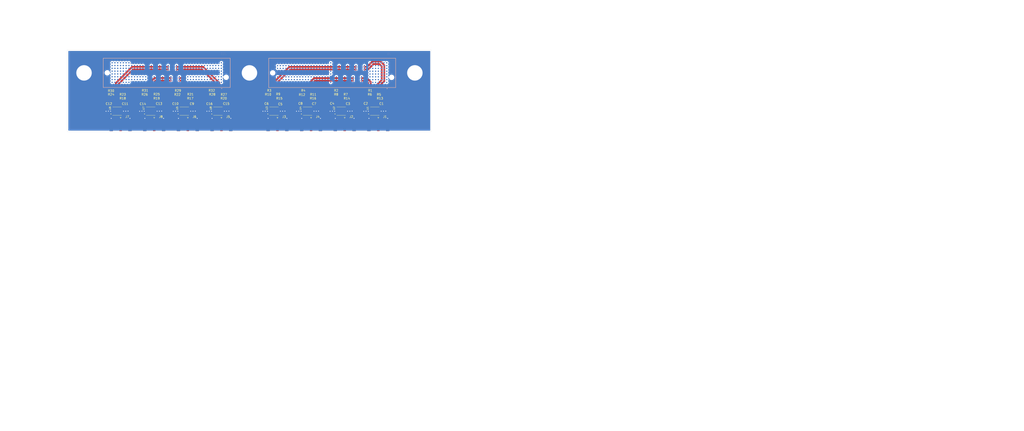
<source format=kicad_pcb>
(kicad_pcb (version 20211014) (generator pcbnew)
  (layers (0 "F.Cu" signal) (1 "In1.Cu" power) (2 "In2.Cu" signal) (31 "B.Cu" signal) (34 "B.Paste" user) (35 "F.Paste" user) (36 "B.SilkS" user "B.Silkscreen") (37 "F.SilkS" user "F.Silkscreen") (38 "B.Mask" user) (39 "F.Mask" user) (44 "Edge.Cuts" user))
  (net 0 "")
  (net 1 "Net-(C1-Pad2)")
  (net 2 "Net-(C1-Pad1)")
  (net 3 "Net-(C2-Pad2)")
  (net 4 "Net-(C2-Pad1)")
  (net 5 "Net-(C3-Pad2)")
  (net 6 "Net-(C3-Pad1)")
  (net 7 "Net-(C4-Pad2)")
  (net 8 "Net-(C4-Pad1)")
  (net 9 "Net-(C5-Pad2)")
  (net 10 "Net-(C5-Pad1)")
  (net 11 "Net-(C6-Pad2)")
  (net 12 "Net-(C6-Pad1)")
  (net 13 "Net-(C7-Pad2)")
  (net 14 "Net-(C7-Pad1)")
  (net 15 "Net-(C8-Pad2)")
  (net 16 "Net-(C8-Pad1)")
  (net 17 "Net-(C9-Pad2)")
  (net 18 "Net-(C9-Pad1)")
  (net 19 "Net-(C10-Pad2)")
  (net 20 "Net-(C10-Pad1)")
  (net 21 "Net-(C11-Pad2)")
  (net 22 "Net-(C11-Pad1)")
  (net 23 "Net-(C12-Pad2)")
  (net 24 "Net-(C12-Pad1)")
  (net 25 "Net-(C13-Pad2)")
  (net 26 "Net-(C13-Pad1)")
  (net 27 "Net-(C14-Pad2)")
  (net 28 "Net-(C14-Pad1)")
  (net 29 "Net-(C15-Pad2)")
  (net 30 "Net-(C15-Pad1)")
  (net 31 "Net-(C16-Pad2)")
  (net 32 "Net-(C16-Pad1)")
  (net 33 "Net-(J1-Pad1)")
  (net 34 "GND")
  (net 35 "Net-(J2-Pad1)")
  (net 36 "Net-(J3-Pad1)")
  (net 37 "Net-(J4-Pad1)")
  (net 38 "Net-(J5-Pad1)")
  (net 39 "Net-(J6-Pad1)")
  (net 40 "Net-(J7-Pad1)")
  (net 41 "Net-(J8-Pad1)")
  (net 42 "ADC_A0_P")
  (net 43 "ADC_A0_N")
  (net 44 "ADC_A1_P")
  (net 45 "ADC_A1_N")
  (net 46 "ADC_B0_N")
  (net 47 "ADC_B0_P")
  (net 48 "ADC_B1_N")
  (net 49 "ADC_B1_P")
  (net 50 "DAC_B0_N")
  (net 51 "DAC_B0_P")
  (net 52 "DAC_A1_P")
  (net 53 "DAC_A1_N")
  (net 54 "DAC_A0_P")
  (net 55 "DAC_A0_N")
  (net 56 "DAC_B1_N")
  (net 57 "DAC_B1_P")
  (net 58 "Net-(U1-Pad1)")
  (net 59 "Net-(U2-Pad1)")
  (net 60 "Net-(U3-Pad1)")
  (net 61 "Net-(U4-Pad1)")
  (net 62 "Net-(U5-Pad1)")
  (net 63 "Net-(U6-Pad1)")
  (net 64 "Net-(U7-Pad1)")
  (net 65 "Net-(U8-Pad1)")
  (net 66 "Net-(J9-PadA21)")
  (net 67 "Net-(J9-PadA07)")
  (net 68 "Net-(J9-PadA06)")
  (net 69 "Net-(J9-PadA05)")
  (net 70 "Net-(J9-PadA04)")
  (net 71 "Net-(J9-PadA03)")
  (net 72 "Net-(J9-PadA02)")
  (net 73 "Net-(J9-PadB40)")
  (net 74 "Net-(J9-PadB39)")
  (net 75 "Net-(J9-PadB38)")
  (net 76 "Net-(J9-PadB37)")
  (net 77 "Net-(J9-PadB36)")
  (net 78 "Net-(J9-PadB35)")
  (net 79 "Net-(J9-PadB34)")
  (net 80 "Net-(J9-PadB33)")
  (net 81 "Net-(J9-PadB32)")
  (net 82 "Net-(J9-PadB31)")
  (net 83 "Net-(J9-PadB30)")
  (net 84 "Net-(J9-PadB29)")
  (net 85 "Net-(J9-PadB28)")
  (net 86 "Net-(J9-PadB27)")
  (net 87 "Net-(J9-PadB26)")
  (net 88 "Net-(J9-PadB25)")
  (net 89 "Net-(J9-PadB24)")
  (net 90 "Net-(J9-PadB23)")
  (net 91 "Net-(J9-PadB22)")
  (net 92 "Net-(J9-PadB07)")
  (net 93 "Net-(J9-PadB06)")
  (net 94 "Net-(J9-PadB05)")
  (net 95 "Net-(J9-PadB04)")
  (net 96 "Net-(J9-PadB03)")
  (net 97 "Net-(J9-PadB02)")
  (net 98 "Net-(J9-PadC40)")
  (net 99 "Net-(J9-PadC39)")
  (net 100 "Net-(J9-PadC38)")
  (net 101 "Net-(J9-PadC37)")
  (net 102 "Net-(J9-PadC36)")
  (net 103 "Net-(J9-PadC35)")
  (net 104 "Net-(J9-PadC34)")
  (net 105 "Net-(J9-PadC33)")
  (net 106 "Net-(J9-PadC32)")
  (net 107 "Net-(J9-PadC31)")
  (net 108 "Net-(J9-PadC30)")
  (net 109 "Net-(J9-PadC29)")
  (net 110 "Net-(J9-PadC28)")
  (net 111 "Net-(J9-PadC27)")
  (net 112 "Net-(J9-PadC26)")
  (net 113 "Net-(J9-PadC25)")
  (net 114 "Net-(J9-PadC24)")
  (net 115 "Net-(J9-PadC23)")
  (net 116 "Net-(J9-PadC22)")
  (net 117 "Net-(J9-PadC07)")
  (net 118 "Net-(J9-PadC06)")
  (net 119 "Net-(J9-PadC05)")
  (net 120 "Net-(J9-PadC04)")
  (net 121 "Net-(J9-PadC03)")
  (net 122 "Net-(J9-PadC02)")
  (net 123 "Net-(J9-PadD21)")
  (net 124 "Net-(J9-PadD07)")
  (net 125 "Net-(J9-PadD06)")
  (net 126 "Net-(J9-PadD05)")
  (net 127 "Net-(J9-PadD04)")
  (net 128 "Net-(J9-PadD03)")
  (net 129 "Net-(J9-PadD02)")
  (net 130 "Net-(J9-PadE21)")
  (net 131 "Net-(J9-PadE07)")
  (net 132 "Net-(J9-PadE06)")
  (net 133 "Net-(J9-PadE05)")
  (net 134 "Net-(J9-PadE04)")
  (net 135 "Net-(J9-PadE03)")
  (net 136 "Net-(J9-PadE02)")
  (net 137 "Net-(J9-PadF40)")
  (net 138 "Net-(J9-PadF39)")
  (net 139 "Net-(J9-PadF38)")
  (net 140 "Net-(J9-PadF37)")
  (net 141 "Net-(J9-PadF36)")
  (net 142 "Net-(J9-PadF35)")
  (net 143 "Net-(J9-PadF34)")
  (net 144 "Net-(J9-PadF33)")
  (net 145 "Net-(J9-PadF32)")
  (net 146 "Net-(J9-PadF31)")
  (net 147 "Net-(J9-PadF30)")
  (net 148 "Net-(J9-PadF29)")
  (net 149 "Net-(J9-PadF28)")
  (net 150 "Net-(J9-PadF27)")
  (net 151 "Net-(J9-PadF26)")
  (net 152 "Net-(J9-PadF25)")
  (net 153 "Net-(J9-PadF24)")
  (net 154 "Net-(J9-PadF23)")
  (net 155 "Net-(J9-PadF22)")
  (net 156 "Net-(J9-PadF21)")
  (net 157 "Net-(J9-PadF07)")
  (net 158 "Net-(J9-PadF06)")
  (net 159 "Net-(J9-PadF05)")
  (net 160 "Net-(J9-PadF04)")
  (net 161 "Net-(J9-PadF03)")
  (net 162 "Net-(J9-PadF02)")
  (net 163 "Net-(J9-PadG40)")
  (net 164 "Net-(J9-PadG39)")
  (net 165 "Net-(J9-PadG38)")
  (net 166 "Net-(J9-PadG37)")
  (net 167 "Net-(J9-PadG36)")
  (net 168 "Net-(J9-PadG35)")
  (net 169 "Net-(J9-PadG34)")
  (net 170 "Net-(J9-PadG33)")
  (net 171 "Net-(J9-PadG32)")
  (net 172 "Net-(J9-PadG31)")
  (net 173 "Net-(J9-PadG30)")
  (net 174 "Net-(J9-PadG29)")
  (net 175 "Net-(J9-PadG28)")
  (net 176 "Net-(J9-PadG27)")
  (net 177 "Net-(J9-PadG26)")
  (net 178 "Net-(J9-PadG25)")
  (net 179 "Net-(J9-PadG24)")
  (net 180 "Net-(J9-PadG23)")
  (net 181 "Net-(J9-PadG22)")
  (net 182 "Net-(J9-PadG21)")
  (net 183 "Net-(J9-PadG07)")
  (net 184 "Net-(J9-PadG06)")
  (net 185 "Net-(J9-PadG05)")
  (net 186 "Net-(J9-PadG04)")
  (net 187 "Net-(J9-PadG03)")
  (net 188 "Net-(J9-PadG02)")
  (net 189 "Net-(J9-PadH21)")
  (net 190 "Net-(J9-PadH07)")
  (net 191 "Net-(J9-PadH06)")
  (net 192 "Net-(J9-PadH05)")
  (net 193 "Net-(J9-PadH04)")
  (net 194 "Net-(J9-PadH03)")
  (net 195 "Net-(J9-PadH02)")
  (net 196 "Net-(J9-PadH01)")
  (net 197 "Net-(J9-PadG01)")
  (net 198 "Net-(J9-PadF01)")
  (net 199 "Net-(J9-PadE01)")
  (net 200 "Net-(J9-PadD01)")
  (net 201 "Net-(J9-PadC01)")
  (net 202 "Net-(J9-PadB01)")
  (net 203 "Net-(J9-PadA01)")
  (net 204 "Net-(J10-PadA40)")
  (net 205 "Net-(J10-PadA39)")
  (net 206 "Net-(J10-PadA38)")
  (net 207 "Net-(J10-PadA37)")
  (net 208 "Net-(J10-PadA36)")
  (net 209 "Net-(J10-PadA35)")
  (net 210 "Net-(J10-PadA34)")
  (net 211 "Net-(J10-PadB40)")
  (net 212 "Net-(J10-PadB39)")
  (net 213 "Net-(J10-PadB38)")
  (net 214 "Net-(J10-PadB37)")
  (net 215 "Net-(J10-PadB36)")
  (net 216 "Net-(J10-PadB35)")
  (net 217 "Net-(J10-PadB34)")
  (net 218 "Net-(J10-PadB33)")
  (net 219 "Net-(J10-PadB32)")
  (net 220 "Net-(J10-PadB31)")
  (net 221 "Net-(J10-PadB30)")
  (net 222 "Net-(J10-PadB29)")
  (net 223 "Net-(J10-PadB28)")
  (net 224 "Net-(J10-PadB12)")
  (net 225 "Net-(J10-PadB11)")
  (net 226 "Net-(J10-PadB09)")
  (net 227 "Net-(J10-PadB08)")
  (net 228 "Net-(J10-PadB07)")
  (net 229 "Net-(J10-PadB06)")
  (net 230 "Net-(J10-PadB05)")
  (net 231 "Net-(J10-PadB04)")
  (net 232 "Net-(J10-PadB03)")
  (net 233 "Net-(J10-PadB02)")
  (net 234 "Net-(J10-PadC40)")
  (net 235 "Net-(J10-PadC39)")
  (net 236 "Net-(J10-PadC38)")
  (net 237 "Net-(J10-PadC37)")
  (net 238 "Net-(J10-PadC36)")
  (net 239 "Net-(J10-PadC35)")
  (net 240 "Net-(J10-PadC34)")
  (net 241 "Net-(J10-PadC33)")
  (net 242 "Net-(J10-PadC32)")
  (net 243 "Net-(J10-PadC31)")
  (net 244 "Net-(J10-PadC30)")
  (net 245 "Net-(J10-PadC29)")
  (net 246 "Net-(J10-PadC28)")
  (net 247 "Net-(J10-PadC12)")
  (net 248 "Net-(J10-PadC11)")
  (net 249 "Net-(J10-PadC09)")
  (net 250 "Net-(J10-PadC08)")
  (net 251 "Net-(J10-PadC07)")
  (net 252 "Net-(J10-PadC06)")
  (net 253 "Net-(J10-PadC05)")
  (net 254 "Net-(J10-PadC04)")
  (net 255 "Net-(J10-PadC03)")
  (net 256 "Net-(J10-PadC02)")
  (net 257 "Net-(J10-PadD40)")
  (net 258 "Net-(J10-PadD39)")
  (net 259 "Net-(J10-PadD38)")
  (net 260 "Net-(J10-PadD37)")
  (net 261 "Net-(J10-PadD36)")
  (net 262 "Net-(J10-PadD35)")
  (net 263 "Net-(J10-PadD34)")
  (net 264 "Net-(J10-PadE40)")
  (net 265 "Net-(J10-PadE39)")
  (net 266 "Net-(J10-PadE38)")
  (net 267 "Net-(J10-PadE37)")
  (net 268 "Net-(J10-PadE36)")
  (net 269 "Net-(J10-PadE35)")
  (net 270 "Net-(J10-PadE34)")
  (net 271 "Net-(J10-PadF40)")
  (net 272 "Net-(J10-PadF39)")
  (net 273 "Net-(J10-PadF38)")
  (net 274 "Net-(J10-PadF37)")
  (net 275 "Net-(J10-PadF36)")
  (net 276 "Net-(J10-PadF35)")
  (net 277 "Net-(J10-PadF34)")
  (net 278 "Net-(J10-PadF33)")
  (net 279 "Net-(J10-PadF32)")
  (net 280 "Net-(J10-PadF31)")
  (net 281 "Net-(J10-PadF30)")
  (net 282 "Net-(J10-PadF29)")
  (net 283 "Net-(J10-PadF13)")
  (net 284 "Net-(J10-PadF12)")
  (net 285 "Net-(J10-PadF10)")
  (net 286 "Net-(J10-PadF09)")
  (net 287 "Net-(J10-PadF08)")
  (net 288 "Net-(J10-PadF07)")
  (net 289 "Net-(J10-PadF06)")
  (net 290 "Net-(J10-PadF05)")
  (net 291 "Net-(J10-PadF04)")
  (net 292 "Net-(J10-PadF03)")
  (net 293 "Net-(J10-PadF02)")
  (net 294 "Net-(J10-PadG40)")
  (net 295 "Net-(J10-PadG39)")
  (net 296 "Net-(J10-PadG38)")
  (net 297 "Net-(J10-PadG37)")
  (net 298 "Net-(J10-PadG36)")
  (net 299 "Net-(J10-PadG35)")
  (net 300 "Net-(J10-PadG34)")
  (net 301 "Net-(J10-PadG33)")
  (net 302 "Net-(J10-PadG32)")
  (net 303 "Net-(J10-PadG31)")
  (net 304 "Net-(J10-PadG30)")
  (net 305 "Net-(J10-PadG29)")
  (net 306 "Net-(J10-PadG13)")
  (net 307 "Net-(J10-PadG12)")
  (net 308 "Net-(J10-PadG10)")
  (net 309 "Net-(J10-PadG09)")
  (net 310 "Net-(J10-PadG08)")
  (net 311 "Net-(J10-PadG07)")
  (net 312 "Net-(J10-PadG06)")
  (net 313 "Net-(J10-PadG05)")
  (net 314 "Net-(J10-PadG04)")
  (net 315 "Net-(J10-PadG03)")
  (net 316 "Net-(J10-PadG02)")
  (net 317 "Net-(J10-PadH40)")
  (net 318 "Net-(J10-PadH39)")
  (net 319 "Net-(J10-PadH38)")
  (net 320 "Net-(J10-PadH37)")
  (net 321 "Net-(J10-PadH36)")
  (net 322 "Net-(J10-PadH35)")
  (net 323 "Net-(J10-PadH34)")
  (net 324 "Net-(J10-PadH01)")
  (net 325 "Net-(J10-PadG01)")
  (net 326 "Net-(J10-PadF01)")
  (net 327 "Net-(J10-PadE01)")
  (net 328 "Net-(J10-PadD01)")
  (net 329 "Net-(J10-PadC01)")
  (net 330 "Net-(J10-PadB01)")
  (net 331 "Net-(J10-PadA01)")
  (net 332 "Net-(J10-PadB13)")
  (net 333 "Net-(J10-PadB10)")
  (net 334 "Net-(J10-PadC13)")
  (net 335 "Net-(J10-PadC10)")
  (net 336 "Net-(J10-PadF14)")
  (net 337 "Net-(J10-PadF11)")
  (net 338 "Net-(J10-PadG14)")
  (net 339 "Net-(J10-PadG11)")
  (net 340 "ADC_D1_P")
  (net 341 "ADC_C1_P")
  (net 342 "ADC_D1_N")
  (net 343 "ADC_C1_N")
  (net 344 "ADC_D0_P")
  (net 345 "ADC_C0_P")
  (net 346 "ADC_D0_N")
  (net 347 "ADC_C0_N")
  (net 348 "DAC_C0_P")
  (net 349 "DAC_D0_P")
  (net 350 "DAC_C0_N")
  (net 351 "DAC_D0_N")
  (net 352 "DAC_C1_P")
  (net 353 "DAC_D1_P")
  (net 354 "DAC_C1_N")
  (net 355 "DAC_D1_N")
  (footprint "Capacitor_SMD:C_0402_1005Metric" (layer "F.Cu") (at 127 13.993 90)
    (fp_text reference "C1")
    (fp_text value ".01u")
  )
  (footprint "Capacitor_SMD:C_0402_1005Metric" (layer "F.Cu") (at 123.825 13.993 90)
    (fp_text reference "C2")
    (fp_text value ".01u")
  )
  (footprint "Capacitor_SMD:C_0402_1005Metric" (layer "F.Cu") (at 111.76 13.993 90)
    (fp_text reference "C3")
    (fp_text value ".01u")
  )
  (footprint "Capacitor_SMD:C_0402_1005Metric" (layer "F.Cu") (at 108.585 13.993 90)
    (fp_text reference "C4")
    (fp_text value ".01u")
  )
  (footprint "Capacitor_SMD:C_0402_1005Metric" (layer "F.Cu") (at 81.28 13.993 90)
    (fp_text reference "C5")
    (fp_text value ".01u")
  )
  (footprint "Capacitor_SMD:C_0402_1005Metric" (layer "F.Cu") (at 78.105 13.993 90)
    (fp_text reference "C6")
    (fp_text value ".01u")
  )
  (footprint "Capacitor_SMD:C_0402_1005Metric" (layer "F.Cu") (at 96.52 13.993 90)
    (fp_text reference "C7")
    (fp_text value ".01u")
  )
  (footprint "Capacitor_SMD:C_0402_1005Metric" (layer "F.Cu") (at 93.345 13.993 90)
    (fp_text reference "C8")
    (fp_text value ".01u")
  )
  (footprint "Capacitor_SMD:C_0402_1005Metric" (layer "F.Cu") (at 40.64 13.993 90)
    (fp_text reference "C9")
    (fp_text value ".01u")
  )
  (footprint "Capacitor_SMD:C_0402_1005Metric" (layer "F.Cu") (at 37.465 13.993 90)
    (fp_text reference "C10")
    (fp_text value ".01u")
  )
  (footprint "Capacitor_SMD:C_0402_1005Metric" (layer "F.Cu") (at 10.16 13.993 90)
    (fp_text reference "C11")
    (fp_text value ".01u")
  )
  (footprint "Capacitor_SMD:C_0402_1005Metric" (layer "F.Cu") (at 6.985 13.993 90)
    (fp_text reference "C12")
    (fp_text value ".01u")
  )
  (footprint "Capacitor_SMD:C_0402_1005Metric" (layer "F.Cu") (at 25.4 13.993 90)
    (fp_text reference "C13")
    (fp_text value ".01u")
  )
  (footprint "Capacitor_SMD:C_0402_1005Metric" (layer "F.Cu") (at 22.225 13.993 90)
    (fp_text reference "C14")
    (fp_text value ".01u")
  )
  (footprint "Capacitor_SMD:C_0402_1005Metric" (layer "F.Cu") (at 55.88 13.993 90)
    (fp_text reference "C15")
    (fp_text value ".01u")
  )
  (footprint "Capacitor_SMD:C_0402_1005Metric" (layer "F.Cu") (at 52.705 13.993 90)
    (fp_text reference "C16")
    (fp_text value ".01u")
  )
  (footprint "local:SMA_Amphenol_132289_EdgeMount" (layer "F.Cu") (at 127 23.8475 -90)
    (fp_text reference "J1")
    (fp_text value "Conn_Coaxial")
  )
  (footprint "local:SMA_Amphenol_132289_EdgeMount" (layer "F.Cu") (at 111.76 23.8475 -90)
    (fp_text reference "J2")
    (fp_text value "Conn_Coaxial")
  )
  (footprint "local:SMA_Amphenol_132289_EdgeMount" (layer "F.Cu") (at 81.28 23.8475 -90)
    (fp_text reference "J3")
    (fp_text value "Conn_Coaxial")
  )
  (footprint "local:SMA_Amphenol_132289_EdgeMount" (layer "F.Cu") (at 96.52 23.8475 -90)
    (fp_text reference "J4")
    (fp_text value "Conn_Coaxial")
  )
  (footprint "local:SMA_Amphenol_132289_EdgeMount" (layer "F.Cu") (at 40.64 23.8475 -90)
    (fp_text reference "J6")
    (fp_text value "Conn_Coaxial")
  )
  (footprint "local:SMA_Amphenol_132289_EdgeMount" (layer "F.Cu") (at 10.16 23.847501 -90)
    (fp_text reference "J7")
    (fp_text value "Conn_Coaxial")
  )
  (footprint "local:SMA_Amphenol_132289_EdgeMount" (layer "F.Cu") (at 25.4 23.8475 -90)
    (fp_text reference "J8")
    (fp_text value "Conn_Coaxial")
  )
  (footprint "local:SMA_Amphenol_132289_EdgeMount" (layer "F.Cu") (at 55.88 23.847501 -90)
    (fp_text reference "J5")
    (fp_text value "Conn_Coaxial")
  )
  (footprint "Resistor_SMD:R_0402_1005Metric" (layer "F.Cu") (at 125.4125 7.9979 180)
    (fp_text reference "R1")
    (fp_text value "590")
  )
  (footprint "Resistor_SMD:R_0402_1005Metric" (layer "F.Cu") (at 110.1725 7.9979 180)
    (fp_text reference "R2")
    (fp_text value "590")
  )
  (footprint "Resistor_SMD:R_0402_1005Metric" (layer "F.Cu") (at 79.6925 7.9979 180)
    (fp_text reference "R3")
    (fp_text value "590")
  )
  (footprint "Resistor_SMD:R_0402_1005Metric" (layer "F.Cu") (at 94.9325 7.9979 180)
    (fp_text reference "R4")
    (fp_text value "590")
  )
  (footprint "Resistor_SMD:R_0402_1005Metric" (layer "F.Cu") (at 125.9205 9.7779 90)
    (fp_text reference "R5")
    (fp_text value "17.4")
  )
  (footprint "Resistor_SMD:R_0402_1005Metric" (layer "F.Cu") (at 124.9045 9.7779 90)
    (fp_text reference "R6")
    (fp_text value "17.4")
  )
  (footprint "Resistor_SMD:R_0402_1005Metric" (layer "F.Cu") (at 110.6805 9.7779 90)
    (fp_text reference "R7")
    (fp_text value "17.4")
  )
  (footprint "Resistor_SMD:R_0402_1005Metric" (layer "F.Cu") (at 109.6645 9.7779 90)
    (fp_text reference "R8")
    (fp_text value "17.4")
  )
  (footprint "Resistor_SMD:R_0402_1005Metric" (layer "F.Cu") (at 80.2005 9.7779 90)
    (fp_text reference "R9")
    (fp_text value "17.4")
  )
  (footprint "Resistor_SMD:R_0402_1005Metric" (layer "F.Cu") (at 79.1845 9.7779 90)
    (fp_text reference "R10")
    (fp_text value "17.4")
  )
  (footprint "Resistor_SMD:R_0402_1005Metric" (layer "F.Cu") (at 95.4405 9.7779 90)
    (fp_text reference "R11")
    (fp_text value "17.4")
  )
  (footprint "Resistor_SMD:R_0402_1005Metric" (layer "F.Cu") (at 94.4245 9.7779 90)
    (fp_text reference "R12")
    (fp_text value "17.4")
  )
  (footprint "Resistor_SMD:R_0402_1005Metric" (layer "F.Cu") (at 125.4125 11.557 180)
    (fp_text reference "R13")
    (fp_text value "590")
  )
  (footprint "Resistor_SMD:R_0402_1005Metric" (layer "F.Cu") (at 110.1725 11.557 180)
    (fp_text reference "R14")
    (fp_text value "590")
  )
  (footprint "Resistor_SMD:R_0402_1005Metric" (layer "F.Cu") (at 79.6925 11.557 180)
    (fp_text reference "R15")
    (fp_text value "590")
  )
  (footprint "Resistor_SMD:R_0402_1005Metric" (layer "F.Cu") (at 94.9325 11.557 180)
    (fp_text reference "R16")
    (fp_text value "590")
  )
  (footprint "Resistor_SMD:R_0402_1005Metric" (layer "F.Cu") (at 39.0525 11.557)
    (fp_text reference "R17")
    (fp_text value "590")
  )
  (footprint "Resistor_SMD:R_0402_1005Metric" (layer "F.Cu") (at 8.5725 11.557)
    (fp_text reference "R18")
    (fp_text value "590")
  )
  (footprint "Resistor_SMD:R_0402_1005Metric" (layer "F.Cu") (at 23.8125 11.557)
    (fp_text reference "R19")
    (fp_text value "590")
  )
  (footprint "Resistor_SMD:R_0402_1005Metric" (layer "F.Cu") (at 54.2925 11.557)
    (fp_text reference "R20")
    (fp_text value "590")
  )
  (footprint "Resistor_SMD:R_0402_1005Metric" (layer "F.Cu") (at 39.5605 9.7779 90)
    (fp_text reference "R21")
    (fp_text value "17.4")
  )
  (footprint "Resistor_SMD:R_0402_1005Metric" (layer "F.Cu") (at 38.5445 9.7779 90)
    (fp_text reference "R22")
    (fp_text value "17.4")
  )
  (footprint "Resistor_SMD:R_0402_1005Metric" (layer "F.Cu") (at 9.0805 9.7779 90)
    (fp_text reference "R23")
    (fp_text value "17.4")
  )
  (footprint "Resistor_SMD:R_0402_1005Metric" (layer "F.Cu") (at 8.0645 9.7779 90)
    (fp_text reference "R24")
    (fp_text value "17.4")
  )
  (footprint "Resistor_SMD:R_0402_1005Metric" (layer "F.Cu") (at 24.3205 9.7779 90)
    (fp_text reference "R25")
    (fp_text value "17.4")
  )
  (footprint "Resistor_SMD:R_0402_1005Metric" (layer "F.Cu") (at 23.3045 9.7779 90)
    (fp_text reference "R26")
    (fp_text value "17.4")
  )
  (footprint "Resistor_SMD:R_0402_1005Metric" (layer "F.Cu") (at 54.8005 9.7779 90)
    (fp_text reference "R27")
    (fp_text value "17.4")
  )
  (footprint "Resistor_SMD:R_0402_1005Metric" (layer "F.Cu") (at 53.7845 9.7779 90)
    (fp_text reference "R28")
    (fp_text value "17.4")
  )
  (footprint "Resistor_SMD:R_0402_1005Metric" (layer "F.Cu") (at 39.0525 7.9979)
    (fp_text reference "R29")
    (fp_text value "590")
  )
  (footprint "Resistor_SMD:R_0402_1005Metric" (layer "F.Cu") (at 8.5725 7.9979)
    (fp_text reference "R30")
    (fp_text value "590")
  )
  (footprint "Resistor_SMD:R_0402_1005Metric" (layer "F.Cu") (at 23.8125 7.9979)
    (fp_text reference "R31")
    (fp_text value "590")
  )
  (footprint "Resistor_SMD:R_0402_1005Metric" (layer "F.Cu") (at 54.2925 7.9979)
    (fp_text reference "R32")
    (fp_text value "590")
  )
  (footprint "local:XFMR_TCM2-33WX+" (layer "F.Cu") (at 125.41 17.3705 90)
    (fp_text reference "U1")
    (fp_text value "TCM2-33WX+")
  )
  (footprint "local:XFMR_TCM2-33WX+" (layer "F.Cu") (at 110.17 17.3705 90)
    (fp_text reference "U2")
    (fp_text value "TCM2-33WX+")
  )
  (footprint "local:XFMR_TCM2-33WX+" (layer "F.Cu") (at 79.69 17.3705 90)
    (fp_text reference "U3")
    (fp_text value "TCM2-33WX+")
  )
  (footprint "local:XFMR_TCM2-33WX+" (layer "F.Cu") (at 94.93 17.3705 90)
    (fp_text reference "U4")
    (fp_text value "TCM2-33WX+")
  )
  (footprint "local:XFMR_TCM2-33WX+" (layer "F.Cu") (at 39.05 17.3705 90)
    (fp_text reference "U5")
    (fp_text value "TCM2-33WX+")
  )
  (footprint "local:XFMR_TCM2-33WX+" (layer "F.Cu") (at 8.570001 17.370501 90)
    (fp_text reference "U6")
    (fp_text value "TCM2-33WX+")
  )
  (footprint "local:XFMR_TCM2-33WX+" (layer "F.Cu") (at 23.81 17.3705 90)
    (fp_text reference "U7")
    (fp_text value "TCM2-33WX+")
  )
  (footprint "local:XFMR_TCM2-33WX+" (layer "F.Cu") (at 54.29 17.3705 90)
    (fp_text reference "U8")
    (fp_text value "TCM2-33WX+")
  )
  (footprint "MountingHole:MountingHole_2.2mm_M2_DIN965_Pad" (layer "F.Cu") (at 68.58 0)
    (fp_text reference "REF")
    (fp_text value "MountingHole_2.2mm_M2_DIN965_Pad")
  )
  (footprint "MountingHole:MountingHole_2.2mm_M2_DIN965_Pad" (layer "F.Cu") (at -6.4262 0)
    (fp_text reference "REF")
    (fp_text value "MountingHole_2.2mm_M2_DIN965_Pad")
  )
  (footprint "MountingHole:MountingHole_2.2mm_M2_DIN965_Pad" (layer "F.Cu") (at 143.5735 0)
    (fp_text reference "e")
    (fp_text value "MountingHole_2.2mm_M2_DIN965_Pad")
  )
  (footprint "local:SAMTEC_LPAM-40-01.0-X-08-X-K-TR" (layer "B.Cu") (at 31.07497 -0.032 180)
    (fp_text reference "J10")
    (fp_text value "LPAM-40-01.0-X-08-X-K-TR")
  )
  (footprint "local:SAMTEC_LPAM-40-01.0-X-08-X-K-TR" (layer "B.Cu") (at 106.074648 0 180)
    (fp_text reference "J9")
    (fp_text value "LPAM-40-01.0-X-08-X-K-TR")
  )
  (gr_line (start 151.0538 26.67) (end 151.0538 -10.446) (layer "Edge.Cuts") (width 0.05))
  (gr_line (start 151.0538 26.67) (end -14.0462 26.67) (layer "Edge.Cuts") (width 0.05))
  (gr_line (start -14.0462 -10.446) (end -14.0462 26.67) (layer "Edge.Cuts") (width 0.05))
  (gr_line (start 151.0538 -10.446) (end -14.0462 -10.446) (layer "Edge.Cuts") (width 0.05))
  (segment (start 125.9179 11.549701) (end 125.9179 10.278601) (width 0.786816) (layer "F.Cu") (net 1))
  (segment (start 127.0204 12.652201) (end 125.9179 11.549701) (width 0.786816) (layer "F.Cu") (net 1))
  (segment (start 127.0204 13.500701) (end 127.0204 12.652201) (width 0.786816) (layer "F.Cu") (net 1))
  (segment (start 127.0254 14.475701) (end 127.0204 14.470701) (width 0.786816) (layer "F.Cu") (net 2))
  (segment (start 127.0254 16.093201) (end 127.0254 14.475701) (width 0.786816) (layer "F.Cu") (net 2))
  (segment (start 124.9275 11.557) (end 124.9275 10.2859) (width 0.786816) (layer "F.Cu") (net 3))
  (segment (start 123.825 12.6595) (end 124.9275 11.557) (width 0.786816) (layer "F.Cu") (net 3))
  (segment (start 123.825 13.508) (end 123.825 12.6595) (width 0.786816) (layer "F.Cu") (net 3))
  (segment (start 123.82 16.1005) (end 123.82 14.483) (width 0.786816) (layer "F.Cu") (net 4))
  (segment (start 123.82 14.483) (end 123.825 14.478) (width 0.786816) (layer "F.Cu") (net 4))
  (segment (start 110.6779 11.549701) (end 110.6779 10.278601) (width 0.786816) (layer "F.Cu") (net 5))
  (segment (start 111.7804 12.652201) (end 110.6779 11.549701) (width 0.786816) (layer "F.Cu") (net 5))
  (segment (start 111.7804 13.500701) (end 111.7804 12.652201) (width 0.786816) (layer "F.Cu") (net 5))
  (segment (start 111.7854 14.475701) (end 111.7804 14.470701) (width 0.786816) (layer "F.Cu") (net 6))
  (segment (start 111.7854 16.093201) (end 111.7854 14.475701) (width 0.786816) (layer "F.Cu") (net 6))
  (segment (start 109.6875 11.557) (end 109.6875 10.2859) (width 0.786816) (layer "F.Cu") (net 7))
  (segment (start 108.585 13.508) (end 108.585 12.6595) (width 0.786816) (layer "F.Cu") (net 7))
  (segment (start 108.585 12.6595) (end 109.6875 11.557) (width 0.786816) (layer "F.Cu") (net 7))
  (segment (start 108.58 14.483) (end 108.585 14.478) (width 0.786816) (layer "F.Cu") (net 8))
  (segment (start 108.58 16.1005) (end 108.58 14.483) (width 0.786816) (layer "F.Cu") (net 8))
  (segment (start 81.3004 12.652201) (end 80.1979 11.549701) (width 0.786816) (layer "F.Cu") (net 9))
  (segment (start 81.3004 13.500701) (end 81.3004 12.652201) (width 0.786816) (layer "F.Cu") (net 9))
  (segment (start 80.1979 11.549701) (end 80.1979 10.278601) (width 0.786816) (layer "F.Cu") (net 9))
  (segment (start 81.3054 16.093201) (end 81.3054 14.475701) (width 0.786816) (layer "F.Cu") (net 10))
  (segment (start 81.3054 14.475701) (end 81.3004 14.470701) (width 0.786816) (layer "F.Cu") (net 10))
  (segment (start 78.105 13.508) (end 78.105 12.6595) (width 0.786816) (layer "F.Cu") (net 11))
  (segment (start 78.105 12.6595) (end 79.2075 11.557) (width 0.786816) (layer "F.Cu") (net 11))
  (segment (start 79.2075 11.557) (end 79.2075 10.2859) (width 0.786816) (layer "F.Cu") (net 11))
  (segment (start 78.1 16.1005) (end 78.1 14.483) (width 0.786816) (layer "F.Cu") (net 12))
  (segment (start 78.1 14.483) (end 78.105 14.478) (width 0.786816) (layer "F.Cu") (net 12))
  (segment (start 96.5404 12.652201) (end 95.4379 11.549701) (width 0.786816) (layer "F.Cu") (net 13))
  (segment (start 96.5404 13.500701) (end 96.5404 12.652201) (width 0.786816) (layer "F.Cu") (net 13))
  (segment (start 95.4379 11.549701) (end 95.4379 10.278601) (width 0.786816) (layer "F.Cu") (net 13))
  (segment (start 96.5454 14.475701) (end 96.5404 14.470701) (width 0.786816) (layer "F.Cu") (net 14))
  (segment (start 96.5454 16.093201) (end 96.5454 14.475701) (width 0.786816) (layer "F.Cu") (net 14))
  (segment (start 93.345 13.508) (end 93.345 12.6595) (width 0.786816) (layer "F.Cu") (net 15))
  (segment (start 94.4475 11.557) (end 94.4475 10.2859) (width 0.786816) (layer "F.Cu") (net 15))
  (segment (start 93.345 12.6595) (end 94.4475 11.557) (width 0.786816) (layer "F.Cu") (net 15))
  (segment (start 93.34 14.483) (end 93.345 14.478) (width 0.786816) (layer "F.Cu") (net 16))
  (segment (start 93.34 16.1005) (end 93.34 14.483) (width 0.786816) (layer "F.Cu") (net 16))
  (segment (start 40.6604 13.500701) (end 40.6604 12.652201) (width 0.786816) (layer "F.Cu") (net 17))
  (segment (start 40.6604 12.652201) (end 39.5579 11.549701) (width 0.786816) (layer "F.Cu") (net 17))
  (segment (start 39.5579 11.549701) (end 39.5579 10.278601) (width 0.786816) (layer "F.Cu") (net 17))
  (segment (start 40.6654 16.093201) (end 40.6654 14.475701) (width 0.786816) (layer "F.Cu") (net 18))
  (segment (start 40.6654 14.475701) (end 40.6604 14.470701) (width 0.786816) (layer "F.Cu") (net 18))
  (segment (start 37.465 13.508) (end 37.465 12.6595) (width 0.786816) (layer "F.Cu") (net 19))
  (segment (start 37.465 12.6595) (end 38.5675 11.557) (width 0.786816) (layer "F.Cu") (net 19))
  (segment (start 38.5675 11.557) (end 38.5675 10.2859) (width 0.786816) (layer "F.Cu") (net 19))
  (segment (start 37.46 16.1005) (end 37.46 14.483) (width 0.786816) (layer "F.Cu") (net 20))
  (segment (start 37.46 14.483) (end 37.465 14.478) (width 0.786816) (layer "F.Cu") (net 20))
  (segment (start 9.0779 11.549701) (end 9.0779 10.278601) (width 0.786816) (layer "F.Cu") (net 21))
  (segment (start 10.1804 13.500701) (end 10.1804 12.652201) (width 0.786816) (layer "F.Cu") (net 21))
  (segment (start 10.1804 12.652201) (end 9.0779 11.549701) (width 0.786816) (layer "F.Cu") (net 21))
  (segment (start 10.1854 16.093201) (end 10.1854 14.475701) (width 0.786816) (layer "F.Cu") (net 22))
  (segment (start 10.1854 14.475701) (end 10.1804 14.470701) (width 0.786816) (layer "F.Cu") (net 22))
  (segment (start 6.985 12.6595) (end 8.0875 11.557) (width 0.786816) (layer "F.Cu") (net 23))
  (segment (start 6.985 13.508) (end 6.985 12.6595) (width 0.786816) (layer "F.Cu") (net 23))
  (segment (start 8.0875 11.557) (end 8.0875 10.2859) (width 0.786816) (layer "F.Cu") (net 23))
  (segment (start 6.98 14.483) (end 6.985 14.478) (width 0.786816) (layer "F.Cu") (net 24))
  (segment (start 6.98 16.1005) (end 6.98 14.483) (width 0.786816) (layer "F.Cu") (net 24))
  (segment (start 24.3179 11.549701) (end 24.3179 10.278601) (width 0.786816) (layer "F.Cu") (net 25))
  (segment (start 25.4204 13.500701) (end 25.4204 12.652201) (width 0.786816) (layer "F.Cu") (net 25))
  (segment (start 25.4204 12.652201) (end 24.3179 11.549701) (width 0.786816) (layer "F.Cu") (net 25))
  (segment (start 25.4254 14.475701) (end 25.4204 14.470701) (width 0.786816) (layer "F.Cu") (net 26))
  (segment (start 25.4254 16.093201) (end 25.4254 14.475701) (width 0.786816) (layer "F.Cu") (net 26))
  (segment (start 23.3275 11.557) (end 23.3275 10.2859) (width 0.786816) (layer "F.Cu") (net 27))
  (segment (start 22.225 12.6595) (end 23.3275 11.557) (width 0.786816) (layer "F.Cu") (net 27))
  (segment (start 22.225 13.508) (end 22.225 12.6595) (width 0.786816) (layer "F.Cu") (net 27))
  (segment (start 22.22 16.1005) (end 22.22 14.483) (width 0.786816) (layer "F.Cu") (net 28))
  (segment (start 22.22 14.483) (end 22.225 14.478) (width 0.786816) (layer "F.Cu") (net 28))
  (segment (start 54.7979 11.549701) (end 54.7979 10.278601) (width 0.786816) (layer "F.Cu") (net 29))
  (segment (start 55.9004 12.652201) (end 54.7979 11.549701) (width 0.786816) (layer "F.Cu") (net 29))
  (segment (start 55.9004 13.500701) (end 55.9004 12.652201) (width 0.786816) (layer "F.Cu") (net 29))
  (segment (start 55.9054 14.475701) (end 55.9004 14.470701) (width 0.786816) (layer "F.Cu") (net 30))
  (segment (start 55.9054 16.093201) (end 55.9054 14.475701) (width 0.786816) (layer "F.Cu") (net 30))
  (segment (start 52.705 13.508) (end 52.705 12.6595) (width 0.786816) (layer "F.Cu") (net 31))
  (segment (start 52.705 12.6595) (end 53.8075 11.557) (width 0.786816) (layer "F.Cu") (net 31))
  (segment (start 53.8075 11.557) (end 53.8075 10.2859) (width 0.786816) (layer "F.Cu") (net 31))
  (segment (start 52.7 16.1005) (end 52.7 14.483) (width 0.786816) (layer "F.Cu") (net 32))
  (segment (start 52.7 14.483) (end 52.705 14.478) (width 0.786816) (layer "F.Cu") (net 32))
  (segment (start 127 23.8475) (end 127 19.05) (width 1.081004) (layer "F.Cu") (net 33))
  (segment (start 28.74875 17.3705) (end 28.77725 17.342) (width 0.786816) (layer "F.Cu") (net 34))
  (segment (start 21.15 20.6135) (end 21.15 23.8475) (width 1.081004) (layer "F.Cu") (net 34))
  (segment (start 40.59325 17.3705) (end 41.95675 17.3705) (width 0.786816) (layer "F.Cu") (net 34))
  (segment (start 107.51 20.6135) (end 107.51 23.8475) (width 1.081004) (layer "F.Cu") (net 34))
  (segment (start 77.03 20.6135) (end 77.03 23.8475) (width 1.081004) (layer "F.Cu") (net 34))
  (segment (start 37.46 17.3705) (end 36.0965 17.3705) (width 0.786816) (layer "F.Cu") (net 34))
  (segment (start 27.73275 17.3705) (end 28.74875 17.3705) (width 0.786816) (layer "F.Cu") (net 34))
  (segment (start 98.85275 17.3705) (end 99.86875 17.3705) (width 0.786816) (layer "F.Cu") (net 34))
  (segment (start 76.7365 17.3705) (end 75.7205 17.3705) (width 0.786816) (layer "F.Cu") (net 34))
  (segment (start 42.97275 17.3705) (end 43.98875 17.3705) (width 0.786816) (layer "F.Cu") (net 34))
  (segment (start 114.09275 17.3705) (end 115.10875 17.3705) (width 0.786816) (layer "F.Cu") (net 34))
  (segment (start 74.7045 17.3705) (end 74.676 17.399) (width 0.786816) (layer "F.Cu") (net 34))
  (segment (start 59.22875 17.3705) (end 59.25725 17.342) (width 0.786816) (layer "F.Cu") (net 34))
  (segment (start 130.34875 17.3705) (end 130.37725 17.342) (width 0.786816) (layer "F.Cu") (net 34))
  (segment (start 52.7 17.3705) (end 51.3365 17.3705) (width 0.786816) (layer "F.Cu") (net 34))
  (segment (start 128.31675 17.3705) (end 129.33275 17.3705) (width 0.786816) (layer "F.Cu") (net 34))
  (segment (start 55.83325 17.3705) (end 57.19675 17.3705) (width 0.786816) (layer "F.Cu") (net 34))
  (segment (start 131.249988 20.6135) (end 131.249988 23.8475) (width 1.081004) (layer "F.Cu") (net 34))
  (segment (start 34.0645 17.3705) (end 34.036 17.399) (width 0.786816) (layer "F.Cu") (net 34))
  (segment (start 111.71325 17.3705) (end 113.07675 17.3705) (width 0.786816) (layer "F.Cu") (net 34))
  (segment (start 50.3205 17.3705) (end 49.3045 17.3705) (width 0.786816) (layer "F.Cu") (net 34))
  (segment (start 44.889988 20.6135) (end 44.889988 23.8475) (width 1.081004) (layer "F.Cu") (net 34))
  (segment (start 84.62875 17.3705) (end 84.65725 17.342) (width 0.786816) (layer "F.Cu") (net 34))
  (segment (start 129.33275 17.3705) (end 130.34875 17.3705) (width 0.786816) (layer "F.Cu") (net 34))
  (segment (start 58.21275 17.3705) (end 59.22875 17.3705) (width 0.786816) (layer "F.Cu") (net 34))
  (segment (start 4.6005 17.3705) (end 3.5845 17.3705) (width 0.786816) (layer "F.Cu") (net 34))
  (segment (start 51.63 20.6135) (end 51.63 23.8475) (width 1.081004) (layer "F.Cu") (net 34))
  (segment (start 123.82 17.3705) (end 122.4565 17.3705) (width 0.786816) (layer "F.Cu") (net 34))
  (segment (start 81.23325 17.3705) (end 82.59675 17.3705) (width 0.786816) (layer "F.Cu") (net 34))
  (segment (start 97.83675 17.3705) (end 98.85275 17.3705) (width 0.786816) (layer "F.Cu") (net 34))
  (segment (start 82.59675 17.3705) (end 83.61275 17.3705) (width 0.786816) (layer "F.Cu") (net 34))
  (segment (start 12.49275 17.3705) (end 13.50875 17.3705) (width 0.786816) (layer "F.Cu") (net 34))
  (segment (start 108.58 17.3705) (end 107.2165 17.3705) (width 0.786816) (layer "F.Cu") (net 34))
  (segment (start 26.71675 17.3705) (end 27.73275 17.3705) (width 0.786816) (layer "F.Cu") (net 34))
  (segment (start 93.34 17.3705) (end 91.9765 17.3705) (width 0.786816) (layer "F.Cu") (net 34))
  (segment (start 122.4565 17.3705) (end 121.4405 17.3705) (width 0.786816) (layer "F.Cu") (net 34))
  (segment (start 19.8405 17.3705) (end 18.8245 17.3705) (width 0.786816) (layer "F.Cu") (net 34))
  (segment (start 121.4405 17.3705) (end 120.4245 17.3705) (width 0.786816) (layer "F.Cu") (net 34))
  (segment (start 25.35325 17.3705) (end 26.71675 17.3705) (width 0.786816) (layer "F.Cu") (net 34))
  (segment (start 11.47675 17.3705) (end 12.49275 17.3705) (width 0.786816) (layer "F.Cu") (net 34))
  (segment (start 3.5845 17.3705) (end 3.556 17.399) (width 0.786816) (layer "F.Cu") (net 34))
  (segment (start 126.95325 17.3705) (end 128.31675 17.3705) (width 0.786816) (layer "F.Cu") (net 34))
  (segment (start 29.649988 20.6135) (end 29.649988 23.8475) (width 1.081004) (layer "F.Cu") (net 34))
  (segment (start 49.3045 17.3705) (end 49.276 17.399) (width 0.786816) (layer "F.Cu") (net 34))
  (segment (start 89.9445 17.3705) (end 89.916 17.399) (width 0.786816) (layer "F.Cu") (net 34))
  (segment (start 107.2165 17.3705) (end 106.2005 17.3705) (width 0.786816) (layer "F.Cu") (net 34))
  (segment (start 105.1845 17.3705) (end 105.156 17.399) (width 0.786816) (layer "F.Cu") (net 34))
  (segment (start 35.0805 17.3705) (end 34.0645 17.3705) (width 0.786816) (layer "F.Cu") (net 34))
  (segment (start 91.9765 17.3705) (end 90.9605 17.3705) (width 0.786816) (layer "F.Cu") (net 34))
  (segment (start 116.009988 20.6135) (end 116.009988 23.8475) (width 1.081004) (layer "F.Cu") (net 34))
  (segment (start 57.19675 17.3705) (end 58.21275 17.3705) (width 0.786816) (layer "F.Cu") (net 34))
  (segment (start 83.61275 17.3705) (end 84.62875 17.3705) (width 0.786816) (layer "F.Cu") (net 34))
  (segment (start 92.27 20.6135) (end 92.27 23.8475) (width 1.081004) (layer "F.Cu") (net 34))
  (segment (start 41.95675 17.3705) (end 42.97275 17.3705) (width 0.786816) (layer "F.Cu") (net 34))
  (segment (start 36.0965 17.3705) (end 35.0805 17.3705) (width 0.786816) (layer "F.Cu") (net 34))
  (segment (start 96.47325 17.3705) (end 97.83675 17.3705) (width 0.786816) (layer "F.Cu") (net 34))
  (segment (start 122.75 20.6135) (end 122.75 23.8475) (width 1.081004) (layer "F.Cu") (net 34))
  (segment (start 13.50875 17.3705) (end 13.53725 17.342) (width 0.786816) (layer "F.Cu") (net 34))
  (segment (start 85.529988 20.6135) (end 85.529988 23.8475) (width 1.081004) (layer "F.Cu") (net 34))
  (segment (start 10.11325 17.3705) (end 11.47675 17.3705) (width 0.786816) (layer "F.Cu") (net 34))
  (segment (start 60.129988 20.6135) (end 60.129988 23.8475) (width 1.081004) (layer "F.Cu") (net 34))
  (segment (start 14.409988 20.6135) (end 14.409988 23.8475) (width 1.081004) (layer "F.Cu") (net 34))
  (segment (start 5.6165 17.3705) (end 4.6005 17.3705) (width 0.786816) (layer "F.Cu") (net 34))
  (segment (start 20.8565 17.3705) (end 19.8405 17.3705) (width 0.786816) (layer "F.Cu") (net 34))
  (segment (start 99.86875 17.3705) (end 99.89725 17.342) (width 0.786816) (layer "F.Cu") (net 34))
  (segment (start 5.91 20.6135) (end 5.91 23.8475) (width 1.081004) (layer "F.Cu") (net 34))
  (segment (start 36.39 20.6135) (end 36.39 23.8475) (width 1.081004) (layer "F.Cu") (net 34))
  (segment (start 100.769988 20.6135) (end 100.769988 23.8475) (width 1.081004) (layer "F.Cu") (net 34))
  (segment (start 22.22 17.3705) (end 20.8565 17.3705) (width 0.786816) (layer "F.Cu") (net 34))
  (segment (start 51.3365 17.3705) (end 50.3205 17.3705) (width 0.786816) (layer "F.Cu") (net 34))
  (segment (start 115.10875 17.3705) (end 115.13725 17.342) (width 0.786816) (layer "F.Cu") (net 34))
  (segment (start 43.98875 17.3705) (end 44.01725 17.342) (width 0.786816) (layer "F.Cu") (net 34))
  (segment (start 6.98 17.3705) (end 5.6165 17.3705) (width 0.786816) (layer "F.Cu") (net 34))
  (segment (start 120.4245 17.3705) (end 120.396 17.399) (width 0.786816) (layer "F.Cu") (net 34))
  (segment (start 18.8245 17.3705) (end 18.796 17.399) (width 0.786816) (layer "F.Cu") (net 34))
  (segment (start 78.1 17.3705) (end 76.7365 17.3705) (width 0.786816) (layer "F.Cu") (net 34))
  (segment (start 75.7205 17.3705) (end 74.7045 17.3705) (width 0.786816) (layer "F.Cu") (net 34))
  (segment (start 106.2005 17.3705) (end 105.1845 17.3705) (width 0.786816) (layer "F.Cu") (net 34))
  (segment (start 113.07675 17.3705) (end 114.09275 17.3705) (width 0.786816) (layer "F.Cu") (net 34))
  (segment (start 90.9605 17.3705) (end 89.9445 17.3705) (width 0.786816) (layer "F.Cu") (net 34))
  (via (at 4.6005 17.3705) (size 0.8) (drill 0.4) (layers "F.Cu" "B.Cu") (net 34))
  (via (at 91.9765 17.3705) (size 0.8) (drill 0.4) (layers "F.Cu" "B.Cu") (net 34))
  (via (at 41.95675 17.3705) (size 0.8) (drill 0.4) (layers "F.Cu" "B.Cu") (net 34))
  (via (at 116.009988 20.6135) (size 0.8) (drill 0.4) (layers "F.Cu" "B.Cu") (net 34))
  (via (at 85.529988 20.6135) (size 0.8) (drill 0.4) (layers "F.Cu" "B.Cu") (net 34))
  (via (at 19.8405 17.3705) (size 0.8) (drill 0.4) (layers "F.Cu" "B.Cu") (net 34))
  (via (at 131.249988 20.6135) (size 0.8) (drill 0.4) (layers "F.Cu" "B.Cu") (net 34))
  (via (at 60.129988 20.6135) (size 0.8) (drill 0.4) (layers "F.Cu" "B.Cu") (net 34))
  (via (at 89.916 17.399) (size 0.8) (drill 0.4) (layers "F.Cu" "B.Cu") (net 34))
  (via (at 35.0805 17.3705) (size 0.8) (drill 0.4) (layers "F.Cu" "B.Cu") (net 34))
  (via (at 75.7205 17.3705) (size 0.8) (drill 0.4) (layers "F.Cu" "B.Cu") (net 34))
  (via (at 98.85275 17.3705) (size 0.8) (drill 0.4) (layers "F.Cu" "B.Cu") (net 34))
  (via (at 115.13725 17.342) (size 0.8) (drill 0.4) (layers "F.Cu" "B.Cu") (net 34))
  (via (at 113.07675 17.3705) (size 0.8) (drill 0.4) (layers "F.Cu" "B.Cu") (net 34))
  (via (at 59.25725 17.342) (size 0.8) (drill 0.4) (layers "F.Cu" "B.Cu") (net 34))
  (via (at 97.83675 17.3705) (size 0.8) (drill 0.4) (layers "F.Cu" "B.Cu") (net 34))
  (via (at 5.91 20.6135) (size 0.8) (drill 0.4) (layers "F.Cu" "B.Cu") (net 34))
  (via (at 28.77725 17.342) (size 0.8) (drill 0.4) (layers "F.Cu" "B.Cu") (net 34))
  (via (at 128.31675 17.3705) (size 0.8) (drill 0.4) (layers "F.Cu" "B.Cu") (net 34))
  (via (at 21.15 20.6135) (size 0.8) (drill 0.4) (layers "F.Cu" "B.Cu") (net 34))
  (via (at 77.03 20.6135) (size 0.8) (drill 0.4) (layers "F.Cu" "B.Cu") (net 34))
  (via (at 42.97275 17.3705) (size 0.8) (drill 0.4) (layers "F.Cu" "B.Cu") (net 34))
  (via (at 105.156 17.399) (size 0.8) (drill 0.4) (layers "F.Cu" "B.Cu") (net 34))
  (via (at 90.9605 17.3705) (size 0.8) (drill 0.4) (layers "F.Cu" "B.Cu") (net 34))
  (via (at 26.71675 17.3705) (size 0.8) (drill 0.4) (layers "F.Cu" "B.Cu") (net 34))
  (via (at 122.75 20.6135) (size 0.8) (drill 0.4) (layers "F.Cu" "B.Cu") (net 34))
  (via (at 5.6165 17.3705) (size 0.8) (drill 0.4) (layers "F.Cu" "B.Cu") (net 34))
  (via (at 99.89725 17.342) (size 0.8) (drill 0.4) (layers "F.Cu" "B.Cu") (net 34))
  (via (at 34.036 17.399) (size 0.8) (drill 0.4) (layers "F.Cu" "B.Cu") (net 34))
  (via (at 83.61275 17.3705) (size 0.8) (drill 0.4) (layers "F.Cu" "B.Cu") (net 34))
  (via (at 130.37725 17.342) (size 0.8) (drill 0.4) (layers "F.Cu" "B.Cu") (net 34))
  (via (at 82.59675 17.3705) (size 0.8) (drill 0.4) (layers "F.Cu" "B.Cu") (net 34))
  (via (at 49.276 17.399) (size 0.8) (drill 0.4) (layers "F.Cu" "B.Cu") (net 34))
  (via (at 36.39 20.6135) (size 0.8) (drill 0.4) (layers "F.Cu" "B.Cu") (net 34))
  (via (at 51.63 20.6135) (size 0.8) (drill 0.4) (layers "F.Cu" "B.Cu") (net 34))
  (via (at 18.796 17.399) (size 0.8) (drill 0.4) (layers "F.Cu" "B.Cu") (net 34))
  (via (at 58.21275 17.3705) (size 0.8) (drill 0.4) (layers "F.Cu" "B.Cu") (net 34))
  (via (at 92.27 20.6135) (size 0.8) (drill 0.4) (layers "F.Cu" "B.Cu") (net 34))
  (via (at 3.556 17.399) (size 0.8) (drill 0.4) (layers "F.Cu" "B.Cu") (net 34))
  (via (at 44.01725 17.342) (size 0.8) (drill 0.4) (layers "F.Cu" "B.Cu") (net 34))
  (via (at 29.649988 20.6135) (size 0.8) (drill 0.4) (layers "F.Cu" "B.Cu") (net 34))
  (via (at 76.7365 17.3705) (size 0.8) (drill 0.4) (layers "F.Cu" "B.Cu") (net 34))
  (via (at 14.409988 20.6135) (size 0.8) (drill 0.4) (layers "F.Cu" "B.Cu") (net 34))
  (via (at 120.396 17.399) (size 0.8) (drill 0.4) (layers "F.Cu" "B.Cu") (net 34))
  (via (at 107.51 20.6135) (size 0.8) (drill 0.4) (layers "F.Cu" "B.Cu") (net 34))
  (via (at 100.769988 20.6135) (size 0.8) (drill 0.4) (layers "F.Cu" "B.Cu") (net 34))
  (via (at 50.3205 17.3705) (size 0.8) (drill 0.4) (layers "F.Cu" "B.Cu") (net 34))
  (via (at 84.65725 17.342) (size 0.8) (drill 0.4) (layers "F.Cu" "B.Cu") (net 34))
  (via (at 122.4565 17.3705) (size 0.8) (drill 0.4) (layers "F.Cu" "B.Cu") (net 34))
  (via (at 20.8565 17.3705) (size 0.8) (drill 0.4) (layers "F.Cu" "B.Cu") (net 34))
  (via (at 107.2165 17.3705) (size 0.8) (drill 0.4) (layers "F.Cu" "B.Cu") (net 34))
  (via (at 11.47675 17.3705) (size 0.8) (drill 0.4) (layers "F.Cu" "B.Cu") (net 34))
  (via (at 57.19675 17.3705) (size 0.8) (drill 0.4) (layers "F.Cu" "B.Cu") (net 34))
  (via (at 129.33275 17.3705) (size 0.8) (drill 0.4) (layers "F.Cu" "B.Cu") (net 34))
  (via (at 106.2005 17.3705) (size 0.8) (drill 0.4) (layers "F.Cu" "B.Cu") (net 34))
  (via (at 51.3365 17.3705) (size 0.8) (drill 0.4) (layers "F.Cu" "B.Cu") (net 34))
  (via (at 74.676 17.399) (size 0.8) (drill 0.4) (layers "F.Cu" "B.Cu") (net 34))
  (via (at 36.0965 17.3705) (size 0.8) (drill 0.4) (layers "F.Cu" "B.Cu") (net 34))
  (via (at 121.4405 17.3705) (size 0.8) (drill 0.4) (layers "F.Cu" "B.Cu") (net 34))
  (via (at 12.49275 17.3705) (size 0.8) (drill 0.4) (layers "F.Cu" "B.Cu") (net 34))
  (via (at 114.09275 17.3705) (size 0.8) (drill 0.4) (layers "F.Cu" "B.Cu") (net 34))
  (via (at 27.73275 17.3705) (size 0.8) (drill 0.4) (layers "F.Cu" "B.Cu") (net 34))
  (via (at 13.53725 17.342) (size 0.8) (drill 0.4) (layers "F.Cu" "B.Cu") (net 34))
  (via (at 44.889988 20.6135) (size 0.8) (drill 0.4) (layers "F.Cu" "B.Cu") (net 34))
  (segment (start 111.76 23.8475) (end 111.76 19.05) (width 1.081004) (layer "F.Cu") (net 35))
  (segment (start 81.28 23.8475) (end 81.28 19.05) (width 1.081004) (layer "F.Cu") (net 36))
  (segment (start 96.52 23.8475) (end 96.52 19.05) (width 1.081004) (layer "F.Cu") (net 37))
  (segment (start 55.88 23.8475) (end 55.88 19.05) (width 1.081004) (layer "F.Cu") (net 38))
  (segment (start 40.64 23.8475) (end 40.64 19.05) (width 1.081004) (layer "F.Cu") (net 39))
  (segment (start 10.16 23.8475) (end 10.16 19.05) (width 1.081004) (layer "F.Cu") (net 40))
  (segment (start 25.4 23.8475) (end 25.4 19.05) (width 1.081004) (layer "F.Cu") (net 41))
  (segment (start 128.549692 3.237936) (end 128.549692 -2.958536) (width 0.786816) (layer "F.Cu") (net 42))
  (segment (start 122.415864 -1.575092) (end 120.701092 -1.575092) (width 0.786816) (layer "F.Cu") (net 42))
  (segment (start 124.828592 6.959036) (end 128.549692 3.237936) (width 0.786816) (layer "F.Cu") (net 42))
  (segment (start 127.494736 -4.013492) (end 124.854264 -4.013492) (width 0.786816) (layer "F.Cu") (net 42))
  (segment (start 120.701092 -1.575092) (end 120.65 -1.524) (width 0.786816) (layer "F.Cu") (net 42))
  (segment (start 124.854264 -4.013492) (end 122.415864 -1.575092) (width 0.786816) (layer "F.Cu") (net 42))
  (segment (start 128.549692 -2.958536) (end 127.494736 -4.013492) (width 0.786816) (layer "F.Cu") (net 42))
  (segment (start 124.9045 9.2929) (end 124.9045 8.0209) (width 0.786816) (layer "F.Cu") (net 42))
  (segment (start 124.828592 7.898992) (end 124.828592 6.959036) (width 0.786816) (layer "F.Cu") (net 42))
  (segment (start 124.9275 7.9979) (end 124.828592 7.898992) (width 0.786816) (layer "F.Cu") (net 42))
  (via (at 120.65 -1.524) (size 0.508) (drill 0.254) (layers "F.Cu" "B.Cu") (net 42))
  (segment (start 120.679648 -1.553648) (end 120.65 -1.524) (width 0.370586) (layer "B.Cu") (net 42))
  (segment (start 120.679648 -2.03) (end 120.679648 -1.553648) (width 0.370586) (layer "B.Cu") (net 42))
  (segment (start 125.996408 7.442764) (end 129.717508 3.721664) (width 0.786816) (layer "F.Cu") (net 43))
  (segment (start 125.996408 7.898992) (end 125.996408 7.442764) (width 0.786816) (layer "F.Cu") (net 43))
  (segment (start 129.717508 -3.442264) (end 127.978464 -5.181308) (width 0.786816) (layer "F.Cu") (net 43))
  (segment (start 125.8975 7.9979) (end 125.996408 7.898992) (width 0.786816) (layer "F.Cu") (net 43))
  (segment (start 125.9409 9.285601) (end 125.9409 8.013601) (width 0.786816) (layer "F.Cu") (net 43))
  (segment (start 121.932136 -2.742908) (end 120.701092 -2.742908) (width 0.786816) (layer "F.Cu") (net 43))
  (segment (start 120.701092 -2.742908) (end 120.65 -2.794) (width 0.786816) (layer "F.Cu") (net 43))
  (segment (start 127.978464 -5.181308) (end 124.370536 -5.181308) (width 0.786816) (layer "F.Cu") (net 43))
  (segment (start 124.370536 -5.181308) (end 121.932136 -2.742908) (width 0.786816) (layer "F.Cu") (net 43))
  (segment (start 129.717508 3.721664) (end 129.717508 -3.442264) (width 0.786816) (layer "F.Cu") (net 43))
  (via (at 120.65 -2.794) (size 0.508) (drill 0.254) (layers "F.Cu" "B.Cu") (net 43))
  (segment (start 120.679648 -2.823648) (end 120.65 -2.794) (width 0.370586) (layer "B.Cu") (net 43))
  (segment (start 120.679648 -3.3) (end 120.679648 -2.823648) (width 0.370586) (layer "B.Cu") (net 43))
  (segment (start 121.273459 5.842292) (end 122.377492 4.738259) (width 0.786816) (layer "F.Cu") (net 44))
  (segment (start 109.588592 7.898992) (end 109.588592 7.171809) (width 0.786816) (layer "F.Cu") (net 44))
  (segment (start 122.377492 4.738259) (end 122.377492 4.559864) (width 0.786816) (layer "F.Cu") (net 44))
  (segment (start 109.6875 7.9979) (end 109.588592 7.898992) (width 0.786816) (layer "F.Cu") (net 44))
  (segment (start 109.6645 9.2929) (end 109.6645 8.0209) (width 0.786816) (layer "F.Cu") (net 44))
  (segment (start 110.918109 5.842292) (end 121.273459 5.842292) (width 0.786816) (layer "F.Cu") (net 44))
  (segment (start 109.588592 7.171809) (end 110.918109 5.842292) (width 0.786816) (layer "F.Cu") (net 44))
  (segment (start 121.347936 3.530308) (end 119.456492 3.530308) (width 0.786816) (layer "F.Cu") (net 44))
  (segment (start 119.456492 3.530308) (end 119.4054 3.5814) (width 0.786816) (layer "F.Cu") (net 44))
  (segment (start 122.377492 4.559864) (end 121.347936 3.530308) (width 0.786816) (layer "F.Cu") (net 44))
  (via (at 119.4054 3.5814) (size 0.508) (drill 0.254) (layers "F.Cu" "B.Cu") (net 44))
  (segment (start 119.409648 3.05) (end 119.409648 3.577152) (width 0.370586) (layer "B.Cu") (net 44))
  (segment (start 119.409648 3.577152) (end 119.4054 3.5814) (width 0.370586) (layer "B.Cu") (net 44))
  (segment (start 119.456492 2.362492) (end 119.4054 2.3114) (width 0.786816) (layer "F.Cu") (net 45))
  (segment (start 121.831664 2.362492) (end 119.456492 2.362492) (width 0.786816) (layer "F.Cu") (net 45))
  (segment (start 121.757187 7.010108) (end 123.545308 5.221987) (width 0.786816) (layer "F.Cu") (net 45))
  (segment (start 110.7009 9.285601) (end 110.7009 8.013601) (width 0.786816) (layer "F.Cu") (net 45))
  (segment (start 110.6575 7.9979) (end 110.756408 7.898992) (width 0.786816) (layer "F.Cu") (net 45))
  (segment (start 123.545308 5.221987) (end 123.545308 4.076136) (width 0.786816) (layer "F.Cu") (net 45))
  (segment (start 110.756408 7.898992) (end 110.756408 7.655537) (width 0.786816) (layer "F.Cu") (net 45))
  (segment (start 111.401837 7.010108) (end 121.757187 7.010108) (width 0.786816) (layer "F.Cu") (net 45))
  (segment (start 123.545308 4.076136) (end 121.831664 2.362492) (width 0.786816) (layer "F.Cu") (net 45))
  (segment (start 110.756408 7.655537) (end 111.401837 7.010108) (width 0.786816) (layer "F.Cu") (net 45))
  (via (at 119.4054 2.3114) (size 0.508) (drill 0.254) (layers "F.Cu" "B.Cu") (net 45))
  (segment (start 119.409648 1.78) (end 119.409648 2.307152) (width 0.370586) (layer "B.Cu") (net 45))
  (segment (start 119.409648 2.307152) (end 119.4054 2.3114) (width 0.370586) (layer "B.Cu") (net 45))
  (segment (start 79.2075 7.9979) (end 79.108592 7.898992) (width 0.786816) (layer "F.Cu") (net 46))
  (segment (start 79.108592 7.898992) (end 79.108592 4.825436) (width 0.786816) (layer "F.Cu") (net 46))
  (segment (start 79.1845 9.2929) (end 79.1845 8.0209) (width 0.786816) (layer "F.Cu") (net 46))
  (segment (start 79.108592 4.825436) (end 86.645219 -2.711191) (width 0.786816) (layer "F.Cu") (net 46))
  (segment (start 116.820625 -2.711191) (end 116.865324 -2.75589) (width 0.786816) (layer "F.Cu") (net 46))
  (segment (start 86.645219 -2.711191) (end 116.820625 -2.711191) (width 0.786816) (layer "F.Cu") (net 46))
  (via (at 116.865324 -2.75589) (size 0.508) (drill 0.254) (layers "F.Cu" "B.Cu") (net 46))
  (segment (start 116.869648 -2.760214) (end 116.865324 -2.75589) (width 0.370586) (layer "B.Cu") (net 46))
  (segment (start 116.869648 -3.3) (end 116.869648 -2.760214) (width 0.370586) (layer "B.Cu") (net 46))
  (segment (start 80.2209 9.285601) (end 80.2209 8.013601) (width 0.786816) (layer "F.Cu") (net 47))
  (segment (start 116.820625 -1.543375) (end 116.8654 -1.4986) (width 0.786816) (layer "F.Cu") (net 47))
  (segment (start 87.128947 -1.543375) (end 116.820625 -1.543375) (width 0.786816) (layer "F.Cu") (net 47))
  (segment (start 80.276408 5.309164) (end 87.128947 -1.543375) (width 0.786816) (layer "F.Cu") (net 47))
  (segment (start 80.276408 7.898992) (end 80.276408 5.309164) (width 0.786816) (layer "F.Cu") (net 47))
  (segment (start 80.1775 7.9979) (end 80.276408 7.898992) (width 0.786816) (layer "F.Cu") (net 47))
  (via (at 116.8654 -1.4986) (size 0.508) (drill 0.254) (layers "F.Cu" "B.Cu") (net 47))
  (segment (start 116.869648 -1.502848) (end 116.8654 -1.4986) (width 0.370586) (layer "B.Cu") (net 47))
  (segment (start 116.869648 -2.03) (end 116.869648 -1.502848) (width 0.370586) (layer "B.Cu") (net 47))
  (segment (start 97.903736 2.362492) (end 115.544308 2.362492) (width 0.786816) (layer "F.Cu") (net 48))
  (segment (start 94.348592 7.898992) (end 94.348592 5.917636) (width 0.786816) (layer "F.Cu") (net 48))
  (segment (start 115.544308 2.362492) (end 115.5954 2.3114) (width 0.786816) (layer "F.Cu") (net 48))
  (segment (start 94.4245 9.2929) (end 94.4245 8.0209) (width 0.786816) (layer "F.Cu") (net 48))
  (segment (start 94.348592 5.917636) (end 97.903736 2.362492) (width 0.786816) (layer "F.Cu") (net 48))
  (segment (start 94.4475 7.9979) (end 94.348592 7.898992) (width 0.786816) (layer "F.Cu") (net 48))
  (via (at 115.5954 2.3114) (size 0.508) (drill 0.254) (layers "F.Cu" "B.Cu") (net 48))
  (segment (start 115.599648 2.307152) (end 115.5954 2.3114) (width 0.370586) (layer "B.Cu") (net 48))
  (segment (start 115.599648 1.78) (end 115.599648 2.307152) (width 0.370586) (layer "B.Cu") (net 48))
  (segment (start 95.4609 9.285601) (end 95.4609 8.013601) (width 0.786816) (layer "F.Cu") (net 49))
  (segment (start 98.387464 3.530308) (end 115.544308 3.530308) (width 0.786816) (layer "F.Cu") (net 49))
  (segment (start 95.4175 7.9979) (end 95.516408 7.898992) (width 0.786816) (layer "F.Cu") (net 49))
  (segment (start 95.516408 7.898992) (end 95.516408 6.401364) (width 0.786816) (layer "F.Cu") (net 49))
  (segment (start 95.516408 6.401364) (end 98.387464 3.530308) (width 0.786816) (layer "F.Cu") (net 49))
  (segment (start 115.544308 3.530308) (end 115.5954 3.5814) (width 0.786816) (layer "F.Cu") (net 49))
  (via (at 115.5954 3.5814) (size 0.508) (drill 0.254) (layers "F.Cu" "B.Cu") (net 49))
  (segment (start 115.599648 3.577152) (end 115.5954 3.5814) (width 0.370586) (layer "B.Cu") (net 49))
  (segment (start 115.599648 3.05) (end 115.599648 3.577152) (width 0.370586) (layer "B.Cu") (net 49))
  (segment (start 38.108412 2.337092) (end 36.830292 2.337092) (width 0.786816) (layer "F.Cu") (net 50))
  (segment (start 39.5809 9.285601) (end 39.5809 8.013601) (width 0.786816) (layer "F.Cu") (net 50))
  (segment (start 39.636408 7.898992) (end 39.636408 3.865088) (width 0.786816) (layer "F.Cu") (net 50))
  (segment (start 39.636408 3.865088) (end 38.108412 2.337092) (width 0.786816) (layer "F.Cu") (net 50))
  (segment (start 39.5375 7.9979) (end 39.636408 7.898992) (width 0.786816) (layer "F.Cu") (net 50))
  (segment (start 36.830292 2.337092) (end 36.7792 2.286) (width 0.786816) (layer "F.Cu") (net 50))
  (via (at 36.7792 2.286) (size 0.508) (drill 0.254) (layers "F.Cu" "B.Cu") (net 50))
  (segment (start 36.78996 2.27524) (end 36.7792 2.286) (width 0.370586) (layer "B.Cu") (net 50))
  (segment (start 36.78996 1.748) (end 36.78996 2.27524) (width 0.370586) (layer "B.Cu") (net 50))
  (segment (start 36.830292 3.504908) (end 36.7792 3.556) (width 0.786816) (layer "F.Cu") (net 51))
  (segment (start 37.624684 3.504908) (end 36.830292 3.504908) (width 0.786816) (layer "F.Cu") (net 51))
  (segment (start 38.468592 4.348816) (end 37.624684 3.504908) (width 0.786816) (layer "F.Cu") (net 51))
  (segment (start 38.5445 9.2929) (end 38.5445 8.0209) (width 0.786816) (layer "F.Cu") (net 51))
  (segment (start 38.5675 7.9979) (end 38.468592 7.898992) (width 0.786816) (layer "F.Cu") (net 51))
  (segment (start 38.468592 7.898992) (end 38.468592 4.348816) (width 0.786816) (layer "F.Cu") (net 51))
  (via (at 36.7792 3.556) (size 0.508) (drill 0.254) (layers "F.Cu" "B.Cu") (net 51))
  (segment (start 36.78996 3.54524) (end 36.7792 3.556) (width 0.370586) (layer "B.Cu") (net 51))
  (segment (start 36.78996 3.018) (end 36.78996 3.54524) (width 0.370586) (layer "B.Cu") (net 51))
  (segment (start 15.862864 -1.575092) (end 31.648108 -1.575092) (width 0.786816) (layer "F.Cu") (net 52))
  (segment (start 9.156408 7.898992) (end 9.156408 5.131364) (width 0.786816) (layer "F.Cu") (net 52))
  (segment (start 9.0575 7.9979) (end 9.156408 7.898992) (width 0.786816) (layer "F.Cu") (net 52))
  (segment (start 31.648108 -1.575092) (end 31.6992 -1.524) (width 0.786816) (layer "F.Cu") (net 52))
  (segment (start 9.156408 5.131364) (end 15.862864 -1.575092) (width 0.786816) (layer "F.Cu") (net 52))
  (segment (start 9.1009 9.285601) (end 9.1009 8.013601) (width 0.786816) (layer "F.Cu") (net 52))
  (via (at 31.6992 -1.524) (size 0.508) (drill 0.254) (layers "F.Cu" "B.Cu") (net 52))
  (segment (start 31.6992 -2.05124) (end 31.70996 -2.062) (width 0.342595) (layer "B.Cu") (net 52))
  (segment (start 31.6992 -1.524) (end 31.6992 -2.05124) (width 0.342595) (layer "B.Cu") (net 52))
  (segment (start 7.988592 7.898992) (end 7.988592 4.647636) (width 0.786816) (layer "F.Cu") (net 53))
  (segment (start 8.0875 7.9979) (end 7.988592 7.898992) (width 0.786816) (layer "F.Cu") (net 53))
  (segment (start 31.648108 -2.742908) (end 31.6992 -2.794) (width 0.786816) (layer "F.Cu") (net 53))
  (segment (start 15.379136 -2.742908) (end 31.648108 -2.742908) (width 0.786816) (layer "F.Cu") (net 53))
  (segment (start 7.988592 4.647636) (end 15.379136 -2.742908) (width 0.786816) (layer "F.Cu") (net 53))
  (segment (start 8.0645 9.2929) (end 8.0645 8.0209) (width 0.786816) (layer "F.Cu") (net 53))
  (via (at 31.6992 -2.794) (size 0.508) (drill 0.254) (layers "F.Cu" "B.Cu") (net 53))
  (segment (start 31.6992 -2.8702) (end 31.6992 -2.784424) (width 0.342595) (layer "B.Cu") (net 53))
  (segment (start 31.6992 -3.32124) (end 31.70996 -3.332) (width 0.370586) (layer "B.Cu") (net 53))
  (segment (start 31.6992 -2.794) (end 31.6992 -3.32124) (width 0.370586) (layer "B.Cu") (net 53))
  (segment (start 24.3409 9.285601) (end 24.3409 8.013601) (width 0.786816) (layer "F.Cu") (net 54))
  (segment (start 24.2975 7.9979) (end 24.396408 7.898992) (width 0.786816) (layer "F.Cu") (net 54))
  (segment (start 24.396408 7.898992) (end 24.396408 5.156764) (width 0.786816) (layer "F.Cu") (net 54))
  (segment (start 26.064088 3.489084) (end 32.918108 3.489084) (width 0.786816) (layer "F.Cu") (net 54))
  (segment (start 32.918108 3.489084) (end 32.9692 3.540176) (width 0.786816) (layer "F.Cu") (net 54))
  (segment (start 24.396408 5.156764) (end 26.064088 3.489084) (width 0.786816) (layer "F.Cu") (net 54))
  (via (at 32.9692 3.540176) (size 0.508) (drill 0.254) (layers "F.Cu" "B.Cu") (net 54))
  (segment (start 32.9692 3.063824) (end 32.9692 3.540176) (width 0.342595) (layer "B.Cu") (net 54))
  (segment (start 23.228592 4.673036) (end 25.58036 2.321268) (width 0.786816) (layer "F.Cu") (net 55))
  (segment (start 25.58036 2.321268) (end 32.918108 2.321268) (width 0.786816) (layer "F.Cu") (net 55))
  (segment (start 32.918108 2.321268) (end 32.9692 2.270176) (width 0.786816) (layer "F.Cu") (net 55))
  (segment (start 23.3275 7.9979) (end 23.228592 7.898992) (width 0.786816) (layer "F.Cu") (net 55))
  (segment (start 23.3045 9.2929) (end 23.3045 8.0209) (width 0.786816) (layer "F.Cu") (net 55))
  (segment (start 23.228592 7.898992) (end 23.228592 4.673036) (width 0.786816) (layer "F.Cu") (net 55))
  (via (at 32.9692 2.270176) (size 0.508) (drill 0.254) (layers "F.Cu" "B.Cu") (net 55))
  (segment (start 32.9692 1.793824) (end 32.9692 2.270176) (width 0.342595) (layer "B.Cu") (net 55))
  (segment (start 54.7775 7.9979) (end 54.876408 7.898992) (width 0.786816) (layer "F.Cu") (net 56))
  (segment (start 54.8209 9.285601) (end 54.8209 8.013601) (width 0.786816) (layer "F.Cu") (net 56))
  (segment (start 35.585692 -2.742908) (end 35.5346 -2.794) (width 0.786816) (layer "F.Cu") (net 56))
  (segment (start 54.876408 7.898992) (end 54.876408 4.546036) (width 0.786816) (layer "F.Cu") (net 56))
  (segment (start 47.587464 -2.742908) (end 35.585692 -2.742908) (width 0.786816) (layer "F.Cu") (net 56))
  (segment (start 54.876408 4.546036) (end 47.587464 -2.742908) (width 0.786816) (layer "F.Cu") (net 56))
  (via (at 35.5346 -2.794) (size 0.508) (drill 0.254) (layers "F.Cu" "B.Cu") (net 56))
  (segment (start 35.5346 -3.260776) (end 35.5346 -2.794) (width 0.342595) (layer "B.Cu") (net 56))
  (segment (start 35.585692 -1.575092) (end 35.5346 -1.524) (width 0.786816) (layer "F.Cu") (net 57))
  (segment (start 53.708592 7.898992) (end 53.708592 5.029764) (width 0.786816) (layer "F.Cu") (net 57))
  (segment (start 53.7845 9.2929) (end 53.7845 8.0209) (width 0.786816) (layer "F.Cu") (net 57))
  (segment (start 53.708592 5.029764) (end 47.103736 -1.575092) (width 0.786816) (layer "F.Cu") (net 57))
  (segment (start 47.103736 -1.575092) (end 35.585692 -1.575092) (width 0.786816) (layer "F.Cu") (net 57))
  (segment (start 53.8075 7.9979) (end 53.708592 7.898992) (width 0.786816) (layer "F.Cu") (net 57))
  (via (at 35.5346 -1.524) (size 0.508) (drill 0.254) (layers "F.Cu" "B.Cu") (net 57))
  (segment (start 35.5346 -1.990776) (end 35.5346 -1.524) (width 0.342595) (layer "B.Cu") (net 57))
  (zone (net 34) (net_name "GND") (layer "B.Cu") (connect_pads yes (clearance 0.508)) (min_thickness 0.254) (fill yes (thermal_gap 0.508) (thermal_bridge_width 0.508))
    (polygon (pts (xy 191.8796 50.804) (xy -32.6804 49.824) (xy -32.4904 -17.976) (xy 190.6996 -17.976)))
  )
)
</source>
